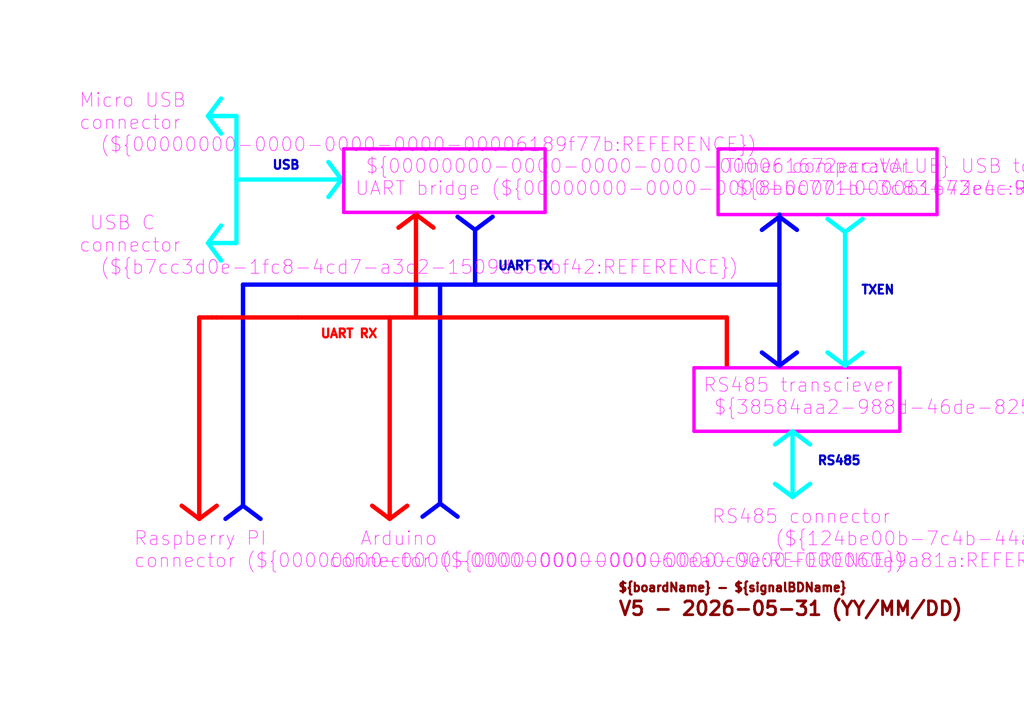
<source format=kicad_sch>
(kicad_sch (version 20230121) (generator eeschema)
  (paper "A4")
  (title_block (title "${boardName} - ${signalBDName}") (date "2023-06-18") (rev "V5"))
  (lib_symbols)
  (polyline (pts (xy 68.58 70.485) (xy 68.58 52.07)) (stroke (width 1.27) (type solid) (color 0 255 255 1)))
  (polyline (pts (xy 271.78 43.18) (xy 208.28 43.18)) (stroke (width 1) (type solid) (color 255 0 255 1)))
  (polyline (pts (xy 229.87 125.095) (xy 229.87 144.145)) (stroke (width 1.27) (type solid) (color 0 255 255 1)))
  (polyline (pts (xy 70.485 82.55) (xy 226.06 82.55)) (stroke (width 1.27) (type solid) (color 0 0 255 1)))
  (polyline (pts (xy 70.485 146.685) (xy 75.565 150.495)) (stroke (width 1.27) (type solid) (color 0 0 255 1)))
  (polyline (pts (xy 250.19 63.5) (xy 245.11 67.31)) (stroke (width 1.27) (type solid) (color 0 255 255 1)))
  (polyline (pts (xy 229.87 125.095) (xy 234.95 128.905)) (stroke (width 1.27) (type solid) (color 0 255 255 1)))
  (polyline (pts (xy 158.115 61.595) (xy 99.695 61.595)) (stroke (width 1) (type solid) (color 255 0 255 1)))
  (polyline (pts (xy 226.06 62.23) (xy 226.06 82.55)) (stroke (width 1.27) (type solid) (color 0 0 255 1)))
  (polyline (pts (xy 158.115 43.18) (xy 158.115 61.595)) (stroke (width 1) (type solid) (color 255 0 255 1)))
  (polyline (pts (xy 271.78 62.23) (xy 208.28 62.23)) (stroke (width 1) (type solid) (color 255 0 255 1)))
  (polyline (pts (xy 127.635 146.05) (xy 132.715 149.86)) (stroke (width 1.27) (type solid) (color 0 0 255 1)))
  (polyline (pts (xy 234.95 140.335) (xy 229.87 144.145)) (stroke (width 1.27) (type solid) (color 0 255 255 1)))
  (polyline (pts (xy 99.695 43.18) (xy 158.115 43.18)) (stroke (width 1) (type solid) (color 255 0 255 1)))
  (polyline (pts (xy 229.87 144.145) (xy 224.79 140.335)) (stroke (width 1.27) (type solid) (color 0 255 255 1)))
  (polyline (pts (xy 68.58 33.655) (xy 68.58 52.07)) (stroke (width 1.27) (type solid) (color 0 255 255 1)))
  (polyline (pts (xy 231.14 102.235) (xy 226.06 106.045)) (stroke (width 1.27) (type solid) (color 0 0 255 1)))
  (polyline (pts (xy 68.58 52.07) (xy 99.06 52.07)) (stroke (width 1.27) (type solid) (color 0 255 255 1)))
  (polyline (pts (xy 57.785 150.495) (xy 52.705 146.685)) (stroke (width 1.27) (type solid) (color 255 0 0 1)))
  (polyline (pts (xy 260.985 106.68) (xy 201.295 106.68)) (stroke (width 1) (type solid) (color 255 0 255 1)))
  (polyline (pts (xy 142.875 62.865) (xy 137.795 66.675)) (stroke (width 1.27) (type solid) (color 0 0 255 1)))
  (polyline (pts (xy 57.785 92.075) (xy 61.595 92.075)) (stroke (width 1.27) (type solid) (color 255 0 0 1)))
  (polyline (pts (xy 86.36 92.075) (xy 210.82 92.075)) (stroke (width 1.27) (type solid) (color 255 0 0 1)))
  (polyline (pts (xy 224.79 128.905) (xy 229.87 125.095)) (stroke (width 1.27) (type solid) (color 0 255 255 1)))
  (polyline (pts (xy 245.11 67.31) (xy 240.03 63.5)) (stroke (width 1.27) (type solid) (color 0 255 255 1)))
  (polyline (pts (xy 61.595 92.075) (xy 62.865 92.075)) (stroke (width 1.27) (type solid) (color 255 0 0 1)))
  (polyline (pts (xy 201.295 106.68) (xy 201.295 125.095)) (stroke (width 1) (type solid) (color 255 0 255 1)))
  (polyline (pts (xy 60.325 33.655) (xy 64.135 28.575)) (stroke (width 1.27) (type solid) (color 0 255 255 1)))
  (polyline (pts (xy 95.25 46.99) (xy 99.06 52.07)) (stroke (width 1.27) (type solid) (color 0 255 255 1)))
  (polyline (pts (xy 120.65 62.865) (xy 120.65 92.075)) (stroke (width 1.27) (type solid) (color 255 0 0 1)))
  (polyline (pts (xy 208.28 43.815) (xy 208.28 62.23)) (stroke (width 1) (type solid) (color 255 0 255 1)))
  (polyline (pts (xy 62.865 146.685) (xy 57.785 150.495)) (stroke (width 1.27) (type solid) (color 255 0 0 1)))
  (polyline (pts (xy 271.78 43.18) (xy 271.78 62.23)) (stroke (width 1) (type solid) (color 255 0 255 1)))
  (polyline (pts (xy 250.19 102.235) (xy 245.11 106.045)) (stroke (width 1.27) (type solid) (color 0 255 255 1)))
  (polyline (pts (xy 137.795 66.675) (xy 132.715 62.865)) (stroke (width 1.27) (type solid) (color 0 0 255 1)))
  (polyline (pts (xy 245.11 67.31) (xy 245.11 106.045)) (stroke (width 1.27) (type solid) (color 0 255 255 1)))
  (polyline (pts (xy 99.695 43.18) (xy 99.695 61.595)) (stroke (width 1) (type solid) (color 255 0 255 1)))
  (polyline (pts (xy 226.06 62.865) (xy 231.14 66.675)) (stroke (width 1.27) (type solid) (color 0 0 255 1)))
  (polyline (pts (xy 68.58 70.485) (xy 60.325 70.485)) (stroke (width 1.27) (type solid) (color 0 255 255 1)))
  (polyline (pts (xy 64.135 38.735) (xy 60.325 33.655)) (stroke (width 1.27) (type solid) (color 0 255 255 1)))
  (polyline (pts (xy 260.985 125.095) (xy 201.295 125.095)) (stroke (width 1) (type solid) (color 255 0 255 1)))
  (polyline (pts (xy 260.985 106.68) (xy 260.985 125.095)) (stroke (width 1) (type solid) (color 255 0 255 1)))
  (polyline (pts (xy 245.11 106.045) (xy 240.03 102.235)) (stroke (width 1.27) (type solid) (color 0 255 255 1)))
  (polyline (pts (xy 60.325 33.655) (xy 68.58 33.655)) (stroke (width 1.27) (type solid) (color 0 255 255 1)))
  (polyline (pts (xy 226.06 82.55) (xy 226.06 106.045)) (stroke (width 1.27) (type solid) (color 0 0 255 1)))
  (polyline (pts (xy 70.485 82.55) (xy 70.485 146.685)) (stroke (width 1.27) (type solid) (color 0 0 255 1)))
  (polyline (pts (xy 113.03 92.075) (xy 113.03 150.495)) (stroke (width 1.27) (type solid) (color 255 0 0 1)))
  (polyline (pts (xy 113.03 150.495) (xy 107.95 146.685)) (stroke (width 1.27) (type solid) (color 255 0 0 1)))
  (polyline (pts (xy 57.785 92.075) (xy 57.785 150.495)) (stroke (width 1.27) (type solid) (color 255 0 0 1)))
  (polyline (pts (xy 210.82 106.045) (xy 210.82 92.075)) (stroke (width 1.27) (type solid) (color 255 0 0 1)))
  (polyline (pts (xy 122.555 149.86) (xy 127.635 146.05)) (stroke (width 1.27) (type solid) (color 0 0 255 1)))
  (polyline (pts (xy 86.36 92.075) (xy 62.865 92.075)) (stroke (width 1.27) (type solid) (color 255 0 0 1)))
  (polyline (pts (xy 115.57 66.04) (xy 120.65 62.23)) (stroke (width 1.27) (type solid) (color 255 0 0 1)))
  (polyline (pts (xy 137.795 66.675) (xy 137.795 82.55)) (stroke (width 1.27) (type solid) (color 0 0 255 1)))
  (polyline (pts (xy 64.135 75.565) (xy 60.325 70.485)) (stroke (width 1.27) (type solid) (color 0 255 255 1)))
  (polyline (pts (xy 60.325 70.485) (xy 64.135 65.405)) (stroke (width 1.27) (type solid) (color 0 255 255 1)))
  (polyline (pts (xy 226.06 106.045) (xy 220.98 102.235)) (stroke (width 1.27) (type solid) (color 0 0 255 1)))
  (polyline (pts (xy 118.11 146.685) (xy 113.03 150.495)) (stroke (width 1.27) (type solid) (color 255 0 0 1)))
  (polyline (pts (xy 99.06 52.07) (xy 95.25 57.15)) (stroke (width 1.27) (type solid) (color 0 255 255 1)))
  (polyline (pts (xy 220.98 66.675) (xy 226.06 62.865)) (stroke (width 1.27) (type solid) (color 0 0 255 1)))
  (polyline (pts (xy 127.635 82.55) (xy 127.635 146.05)) (stroke (width 1.27) (type solid) (color 0 0 255 1)))
  (polyline (pts (xy 65.405 150.495) (xy 70.485 146.685)) (stroke (width 1.27) (type solid) (color 0 0 255 1)))
  (polyline (pts (xy 120.65 62.23) (xy 125.73 66.04)) (stroke (width 1.27) (type solid) (color 255 0 0 1)))
  (text "RS485 transciever\n ${38584aa2-988d-46de-8254-7374da227f54:VALUE} (${38584aa2-988d-46de-8254-7374da227f54:REFERENCE})" (at 203.835 120.65 0) (effects (font (size 4 4)) (justify left bottom)))
  (text "${boardName} - ${signalBDName}" (at 179.07 172.085 0) (effects (font (size 2.5 2.5) (thickness 0.8) bold) (justify left bottom)))
  (text "${REVISION} - ${CURRENT_DATE} (YY/MM/DD)" (at 179.07 179.07 0) (effects (font (size 4 4) (thickness 0.8) bold) (justify left bottom)))
  (text "RS485 connector\n      (${124be00b-7c4b-44a1-ac37-f5e21129a574:REFERENCE})" (at 206.375 158.75 0) (effects (font (size 4 4)) (justify left bottom)))
  (text "Raspberry PI\nconnector (${00000000-0000-0000-0000-000060ea0c9e:REFERENCE})" (at 38.735 165.1 0) (effects (font (size 4 4)) (justify left bottom)))
  (text "UART TX" (at 144.145 78.74 0) (effects (font (size 2.54 2.54) (thickness 1.016) bold) (justify left bottom)))
  (text " USB C\nconnector\n  (${b7cc3d0e-1fc8-4cd7-a3c2-1509da6ebf42:REFERENCE})" (at 22.86 80.01 0) (effects (font (size 4 4)) (justify left bottom)))
  (text "UART RX" (at 92.71 98.425 0) (effects (font (size 2.54 2.54) (thickness 1.016) bold) (justify left bottom)))
  (text " ${00000000-0000-0000-0000-000061672ecc:VALUE} USB to\nUART bridge (${00000000-0000-0000-0000-000061672ecc:REFERENCE})" (at 102.87 57.15 0) (effects (font (size 4 4)) (justify left bottom)))
  (text "RS485" (at 236.855 135.255 0) (effects (font (size 2.54 2.54) (thickness 1.016) bold) (justify left bottom)))
  (text "TXEN" (at 249.555 85.725 0) (effects (font (size 2.54 2.54) (thickness 1.016) bold) (justify left bottom)))
  (text "USB" (at 78.74 49.53 0) (effects (font (size 2.54 2.54) (thickness 1.016) bold) (justify left bottom)))
  (text "Timer comparator\n ${8bbc771b-3c83-43e4-9319-f143e5621448:VALUE} (${8bbc771b-3c83-43e4-9319-f143e5621448:REFERENCE})" (at 210.185 57.15 0) (effects (font (size 4 4)) (justify left bottom)))
  (text "   Arduino\nconnector (${00000000-0000-0000-0000-000060e9a81a:REFERENCE})" (at 95.25 165.1 0) (effects (font (size 4 4)) (justify left bottom)))
  (text "Micro USB\nconnector\n  (${00000000-0000-0000-0000-00006189f77b:REFERENCE})" (at 22.86 44.45 0) (effects (font (size 4 4)) (justify left bottom)))
)
</source>
